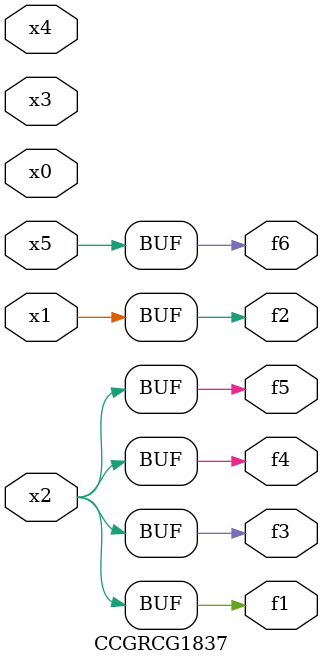
<source format=v>
module CCGRCG1837(
	input x0, x1, x2, x3, x4, x5,
	output f1, f2, f3, f4, f5, f6
);
	assign f1 = x2;
	assign f2 = x1;
	assign f3 = x2;
	assign f4 = x2;
	assign f5 = x2;
	assign f6 = x5;
endmodule

</source>
